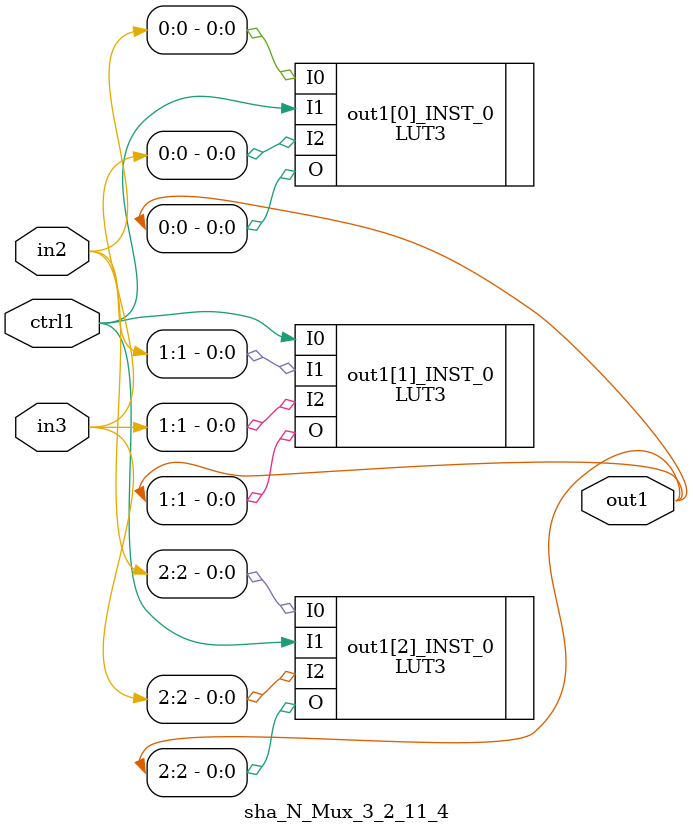
<source format=v>
`timescale 1 ps / 1 ps

(* STRUCTURAL_NETLIST = "yes" *)
module sha_N_Mux_3_2_11_4
   (in3,
    in2,
    ctrl1,
    out1);
  input [2:0]in3;
  input [2:0]in2;
  input ctrl1;
  output [2:0]out1;

  wire ctrl1;
  wire [2:0]in2;
  wire [2:0]in3;
  wire [2:0]out1;

  (* SOFT_HLUTNM = "soft_lutpair6" *) 
  LUT3 #(
    .INIT(8'hB8)) 
    \out1[0]_INST_0 
       (.I0(in2[0]),
        .I1(ctrl1),
        .I2(in3[0]),
        .O(out1[0]));
  (* SOFT_HLUTNM = "soft_lutpair6" *) 
  LUT3 #(
    .INIT(8'hD8)) 
    \out1[1]_INST_0 
       (.I0(ctrl1),
        .I1(in2[1]),
        .I2(in3[1]),
        .O(out1[1]));
  LUT3 #(
    .INIT(8'hB8)) 
    \out1[2]_INST_0 
       (.I0(in2[2]),
        .I1(ctrl1),
        .I2(in3[2]),
        .O(out1[2]));
endmodule


</source>
